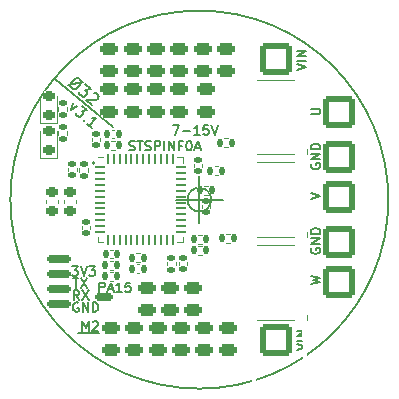
<source format=gto>
G04 #@! TF.GenerationSoftware,KiCad,Pcbnew,7.0.7*
G04 #@! TF.CreationDate,2024-08-09T21:04:11-05:00*
G04 #@! TF.ProjectId,O32controller,4f333263-6f6e-4747-926f-6c6c65722e6b,3.1*
G04 #@! TF.SameCoordinates,Original*
G04 #@! TF.FileFunction,Legend,Top*
G04 #@! TF.FilePolarity,Positive*
%FSLAX46Y46*%
G04 Gerber Fmt 4.6, Leading zero omitted, Abs format (unit mm)*
G04 Created by KiCad (PCBNEW 7.0.7) date 2024-08-09 21:04:11*
%MOMM*%
%LPD*%
G01*
G04 APERTURE LIST*
G04 Aperture macros list*
%AMRoundRect*
0 Rectangle with rounded corners*
0 $1 Rounding radius*
0 $2 $3 $4 $5 $6 $7 $8 $9 X,Y pos of 4 corners*
0 Add a 4 corners polygon primitive as box body*
4,1,4,$2,$3,$4,$5,$6,$7,$8,$9,$2,$3,0*
0 Add four circle primitives for the rounded corners*
1,1,$1+$1,$2,$3*
1,1,$1+$1,$4,$5*
1,1,$1+$1,$6,$7*
1,1,$1+$1,$8,$9*
0 Add four rect primitives between the rounded corners*
20,1,$1+$1,$2,$3,$4,$5,0*
20,1,$1+$1,$4,$5,$6,$7,0*
20,1,$1+$1,$6,$7,$8,$9,0*
20,1,$1+$1,$8,$9,$2,$3,0*%
%AMFreePoly0*
4,1,78,0.535355,2.120355,0.550000,2.085000,0.550000,1.935000,0.535355,1.899645,0.500000,1.885000,0.150000,1.885000,0.150000,1.635000,0.500000,1.635000,0.535355,1.620355,0.550000,1.585000,0.550000,1.435000,0.535355,1.399645,0.500000,1.385000,0.150000,1.385000,0.150000,1.135000,0.500000,1.135000,0.535355,1.120355,0.550000,1.085000,0.550000,0.935000,0.535355,0.899645,
0.500000,0.885000,0.150000,0.885000,0.150000,0.635000,0.500000,0.635000,0.535355,0.620355,0.550000,0.585000,0.550000,0.435000,0.535355,0.399645,0.500000,0.385000,0.150000,0.385000,0.150000,0.135000,0.500000,0.135000,0.535355,0.120355,0.550000,0.085000,0.550000,-0.065000,0.535355,-0.100355,0.500000,-0.115000,0.150000,-0.115000,0.150000,-0.365000,0.500000,-0.365000,
0.535355,-0.379645,0.550000,-0.415000,0.550000,-0.565000,0.535355,-0.600355,0.500000,-0.615000,0.150000,-0.615000,0.150000,-0.865000,0.500000,-0.865000,0.535355,-0.879645,0.550000,-0.915000,0.550000,-1.065000,0.535355,-1.100355,0.500000,-1.115000,0.150000,-1.115000,0.150000,-1.365000,0.500000,-1.365000,0.535355,-1.379645,0.550000,-1.415000,0.550000,-1.565000,0.535355,-1.600355,
0.500000,-1.615000,0.150000,-1.615000,0.150000,-1.865000,0.500000,-1.865000,0.535355,-1.879645,0.550000,-1.915000,0.550000,-2.065000,0.535355,-2.100355,0.500000,-2.115000,-0.100000,-2.115000,-0.102414,-2.114000,-0.150000,-2.114000,-0.150000,2.114000,-0.137987,2.114000,-0.135355,2.120355,-0.100000,2.135000,0.500000,2.135000,0.535355,2.120355,0.535355,2.120355,$1*%
G04 Aperture macros list end*
%ADD10C,0.150000*%
%ADD11C,0.120000*%
%ADD12C,0.200000*%
%ADD13RoundRect,0.250000X-0.475000X0.250000X-0.475000X-0.250000X0.475000X-0.250000X0.475000X0.250000X0*%
%ADD14RoundRect,0.250000X0.475000X-0.250000X0.475000X0.250000X-0.475000X0.250000X-0.475000X-0.250000X0*%
%ADD15R,0.385000X0.690000*%
%ADD16R,1.035000X0.690000*%
%ADD17RoundRect,0.150000X-0.850000X-0.150000X0.850000X-0.150000X0.850000X0.150000X-0.850000X0.150000X0*%
%ADD18RoundRect,0.269607X-1.105393X-1.105393X1.105393X-1.105393X1.105393X1.105393X-1.105393X1.105393X0*%
%ADD19RoundRect,0.218750X0.256250X-0.218750X0.256250X0.218750X-0.256250X0.218750X-0.256250X-0.218750X0*%
%ADD20RoundRect,0.150000X-0.600000X-0.150000X0.600000X-0.150000X0.600000X0.150000X-0.600000X0.150000X0*%
%ADD21RoundRect,0.140000X0.140000X0.170000X-0.140000X0.170000X-0.140000X-0.170000X0.140000X-0.170000X0*%
%ADD22RoundRect,0.225000X0.250000X-0.225000X0.250000X0.225000X-0.250000X0.225000X-0.250000X-0.225000X0*%
%ADD23RoundRect,0.135000X0.135000X0.185000X-0.135000X0.185000X-0.135000X-0.185000X0.135000X-0.185000X0*%
%ADD24RoundRect,0.062500X-0.375000X-0.062500X0.375000X-0.062500X0.375000X0.062500X-0.375000X0.062500X0*%
%ADD25RoundRect,0.062500X-0.062500X-0.375000X0.062500X-0.375000X0.062500X0.375000X-0.062500X0.375000X0*%
%ADD26R,2.800000X2.800000*%
%ADD27RoundRect,0.135000X0.185000X-0.135000X0.185000X0.135000X-0.185000X0.135000X-0.185000X-0.135000X0*%
%ADD28RoundRect,0.140000X-0.170000X0.140000X-0.170000X-0.140000X0.170000X-0.140000X0.170000X0.140000X0*%
%ADD29RoundRect,0.135000X-0.135000X-0.185000X0.135000X-0.185000X0.135000X0.185000X-0.135000X0.185000X0*%
%ADD30R,0.700001X0.249999*%
%ADD31FreePoly0,0.000000*%
%ADD32FreePoly0,180.000000*%
%ADD33R,0.429999X0.375001*%
%ADD34R,3.300001X5.399999*%
%ADD35R,1.600000X0.650000*%
%ADD36RoundRect,0.135000X-0.185000X0.135000X-0.185000X-0.135000X0.185000X-0.135000X0.185000X0.135000X0*%
%ADD37RoundRect,0.140000X0.170000X-0.140000X0.170000X0.140000X-0.170000X0.140000X-0.170000X-0.140000X0*%
%ADD38RoundRect,0.225000X-0.250000X0.225000X-0.250000X-0.225000X0.250000X-0.225000X0.250000X0.225000X0*%
%ADD39R,0.690000X0.385000*%
%ADD40R,0.690000X1.035000*%
G04 APERTURE END LIST*
D10*
X39700000Y-61325000D02*
X41475000Y-61325000D01*
X48000000Y-50000000D02*
X52000000Y-50000000D01*
X51000000Y-50000000D02*
G75*
G03*
X51000000Y-50000000I-1000000J0D01*
G01*
X50000000Y-48000000D02*
X50000000Y-52000000D01*
X66000000Y-50000000D02*
G75*
G03*
X66000000Y-50000000I-16000000J0D01*
G01*
X37800000Y-39750000D02*
X42650000Y-43850000D01*
X44059523Y-45799200D02*
X44173809Y-45837295D01*
X44173809Y-45837295D02*
X44364285Y-45837295D01*
X44364285Y-45837295D02*
X44440476Y-45799200D01*
X44440476Y-45799200D02*
X44478571Y-45761104D01*
X44478571Y-45761104D02*
X44516666Y-45684914D01*
X44516666Y-45684914D02*
X44516666Y-45608723D01*
X44516666Y-45608723D02*
X44478571Y-45532533D01*
X44478571Y-45532533D02*
X44440476Y-45494438D01*
X44440476Y-45494438D02*
X44364285Y-45456342D01*
X44364285Y-45456342D02*
X44211904Y-45418247D01*
X44211904Y-45418247D02*
X44135714Y-45380152D01*
X44135714Y-45380152D02*
X44097619Y-45342057D01*
X44097619Y-45342057D02*
X44059523Y-45265866D01*
X44059523Y-45265866D02*
X44059523Y-45189676D01*
X44059523Y-45189676D02*
X44097619Y-45113485D01*
X44097619Y-45113485D02*
X44135714Y-45075390D01*
X44135714Y-45075390D02*
X44211904Y-45037295D01*
X44211904Y-45037295D02*
X44402381Y-45037295D01*
X44402381Y-45037295D02*
X44516666Y-45075390D01*
X44745238Y-45037295D02*
X45202381Y-45037295D01*
X44973809Y-45837295D02*
X44973809Y-45037295D01*
X45430952Y-45799200D02*
X45545238Y-45837295D01*
X45545238Y-45837295D02*
X45735714Y-45837295D01*
X45735714Y-45837295D02*
X45811905Y-45799200D01*
X45811905Y-45799200D02*
X45850000Y-45761104D01*
X45850000Y-45761104D02*
X45888095Y-45684914D01*
X45888095Y-45684914D02*
X45888095Y-45608723D01*
X45888095Y-45608723D02*
X45850000Y-45532533D01*
X45850000Y-45532533D02*
X45811905Y-45494438D01*
X45811905Y-45494438D02*
X45735714Y-45456342D01*
X45735714Y-45456342D02*
X45583333Y-45418247D01*
X45583333Y-45418247D02*
X45507143Y-45380152D01*
X45507143Y-45380152D02*
X45469048Y-45342057D01*
X45469048Y-45342057D02*
X45430952Y-45265866D01*
X45430952Y-45265866D02*
X45430952Y-45189676D01*
X45430952Y-45189676D02*
X45469048Y-45113485D01*
X45469048Y-45113485D02*
X45507143Y-45075390D01*
X45507143Y-45075390D02*
X45583333Y-45037295D01*
X45583333Y-45037295D02*
X45773810Y-45037295D01*
X45773810Y-45037295D02*
X45888095Y-45075390D01*
X46230953Y-45837295D02*
X46230953Y-45037295D01*
X46230953Y-45037295D02*
X46535715Y-45037295D01*
X46535715Y-45037295D02*
X46611905Y-45075390D01*
X46611905Y-45075390D02*
X46650000Y-45113485D01*
X46650000Y-45113485D02*
X46688096Y-45189676D01*
X46688096Y-45189676D02*
X46688096Y-45303961D01*
X46688096Y-45303961D02*
X46650000Y-45380152D01*
X46650000Y-45380152D02*
X46611905Y-45418247D01*
X46611905Y-45418247D02*
X46535715Y-45456342D01*
X46535715Y-45456342D02*
X46230953Y-45456342D01*
X47030953Y-45837295D02*
X47030953Y-45037295D01*
X47411905Y-45837295D02*
X47411905Y-45037295D01*
X47411905Y-45037295D02*
X47869048Y-45837295D01*
X47869048Y-45837295D02*
X47869048Y-45037295D01*
X48516666Y-45418247D02*
X48250000Y-45418247D01*
X48250000Y-45837295D02*
X48250000Y-45037295D01*
X48250000Y-45037295D02*
X48630952Y-45037295D01*
X49088095Y-45037295D02*
X49164285Y-45037295D01*
X49164285Y-45037295D02*
X49240476Y-45075390D01*
X49240476Y-45075390D02*
X49278571Y-45113485D01*
X49278571Y-45113485D02*
X49316666Y-45189676D01*
X49316666Y-45189676D02*
X49354761Y-45342057D01*
X49354761Y-45342057D02*
X49354761Y-45532533D01*
X49354761Y-45532533D02*
X49316666Y-45684914D01*
X49316666Y-45684914D02*
X49278571Y-45761104D01*
X49278571Y-45761104D02*
X49240476Y-45799200D01*
X49240476Y-45799200D02*
X49164285Y-45837295D01*
X49164285Y-45837295D02*
X49088095Y-45837295D01*
X49088095Y-45837295D02*
X49011904Y-45799200D01*
X49011904Y-45799200D02*
X48973809Y-45761104D01*
X48973809Y-45761104D02*
X48935714Y-45684914D01*
X48935714Y-45684914D02*
X48897618Y-45532533D01*
X48897618Y-45532533D02*
X48897618Y-45342057D01*
X48897618Y-45342057D02*
X48935714Y-45189676D01*
X48935714Y-45189676D02*
X48973809Y-45113485D01*
X48973809Y-45113485D02*
X49011904Y-45075390D01*
X49011904Y-45075390D02*
X49088095Y-45037295D01*
X49659523Y-45608723D02*
X50040476Y-45608723D01*
X49583333Y-45837295D02*
X49850000Y-45037295D01*
X49850000Y-45037295D02*
X50116666Y-45837295D01*
X41535714Y-57817095D02*
X41535714Y-57017095D01*
X41535714Y-57017095D02*
X41840476Y-57017095D01*
X41840476Y-57017095D02*
X41916666Y-57055190D01*
X41916666Y-57055190D02*
X41954761Y-57093285D01*
X41954761Y-57093285D02*
X41992857Y-57169476D01*
X41992857Y-57169476D02*
X41992857Y-57283761D01*
X41992857Y-57283761D02*
X41954761Y-57359952D01*
X41954761Y-57359952D02*
X41916666Y-57398047D01*
X41916666Y-57398047D02*
X41840476Y-57436142D01*
X41840476Y-57436142D02*
X41535714Y-57436142D01*
X42297618Y-57588523D02*
X42678571Y-57588523D01*
X42221428Y-57817095D02*
X42488095Y-57017095D01*
X42488095Y-57017095D02*
X42754761Y-57817095D01*
X43440475Y-57817095D02*
X42983332Y-57817095D01*
X43211904Y-57817095D02*
X43211904Y-57017095D01*
X43211904Y-57017095D02*
X43135713Y-57131380D01*
X43135713Y-57131380D02*
X43059523Y-57207571D01*
X43059523Y-57207571D02*
X42983332Y-57245666D01*
X44164285Y-57017095D02*
X43783333Y-57017095D01*
X43783333Y-57017095D02*
X43745237Y-57398047D01*
X43745237Y-57398047D02*
X43783333Y-57359952D01*
X43783333Y-57359952D02*
X43859523Y-57321857D01*
X43859523Y-57321857D02*
X44049999Y-57321857D01*
X44049999Y-57321857D02*
X44126190Y-57359952D01*
X44126190Y-57359952D02*
X44164285Y-57398047D01*
X44164285Y-57398047D02*
X44202380Y-57474238D01*
X44202380Y-57474238D02*
X44202380Y-57664714D01*
X44202380Y-57664714D02*
X44164285Y-57740904D01*
X44164285Y-57740904D02*
X44126190Y-57779000D01*
X44126190Y-57779000D02*
X44049999Y-57817095D01*
X44049999Y-57817095D02*
X43859523Y-57817095D01*
X43859523Y-57817095D02*
X43783333Y-57779000D01*
X43783333Y-57779000D02*
X43745237Y-57740904D01*
X59450390Y-54109523D02*
X59412295Y-54185713D01*
X59412295Y-54185713D02*
X59412295Y-54299999D01*
X59412295Y-54299999D02*
X59450390Y-54414285D01*
X59450390Y-54414285D02*
X59526580Y-54490475D01*
X59526580Y-54490475D02*
X59602771Y-54528570D01*
X59602771Y-54528570D02*
X59755152Y-54566666D01*
X59755152Y-54566666D02*
X59869438Y-54566666D01*
X59869438Y-54566666D02*
X60021819Y-54528570D01*
X60021819Y-54528570D02*
X60098009Y-54490475D01*
X60098009Y-54490475D02*
X60174200Y-54414285D01*
X60174200Y-54414285D02*
X60212295Y-54299999D01*
X60212295Y-54299999D02*
X60212295Y-54223808D01*
X60212295Y-54223808D02*
X60174200Y-54109523D01*
X60174200Y-54109523D02*
X60136104Y-54071427D01*
X60136104Y-54071427D02*
X59869438Y-54071427D01*
X59869438Y-54071427D02*
X59869438Y-54223808D01*
X60212295Y-53728570D02*
X59412295Y-53728570D01*
X59412295Y-53728570D02*
X60212295Y-53271427D01*
X60212295Y-53271427D02*
X59412295Y-53271427D01*
X60212295Y-52890475D02*
X59412295Y-52890475D01*
X59412295Y-52890475D02*
X59412295Y-52699999D01*
X59412295Y-52699999D02*
X59450390Y-52585713D01*
X59450390Y-52585713D02*
X59526580Y-52509523D01*
X59526580Y-52509523D02*
X59602771Y-52471428D01*
X59602771Y-52471428D02*
X59755152Y-52433332D01*
X59755152Y-52433332D02*
X59869438Y-52433332D01*
X59869438Y-52433332D02*
X60021819Y-52471428D01*
X60021819Y-52471428D02*
X60098009Y-52509523D01*
X60098009Y-52509523D02*
X60174200Y-52585713D01*
X60174200Y-52585713D02*
X60212295Y-52699999D01*
X60212295Y-52699999D02*
X60212295Y-52890475D01*
X40102381Y-61087295D02*
X40102381Y-60287295D01*
X40102381Y-60287295D02*
X40369047Y-60858723D01*
X40369047Y-60858723D02*
X40635714Y-60287295D01*
X40635714Y-60287295D02*
X40635714Y-61087295D01*
X40978571Y-60363485D02*
X41016667Y-60325390D01*
X41016667Y-60325390D02*
X41092857Y-60287295D01*
X41092857Y-60287295D02*
X41283333Y-60287295D01*
X41283333Y-60287295D02*
X41359524Y-60325390D01*
X41359524Y-60325390D02*
X41397619Y-60363485D01*
X41397619Y-60363485D02*
X41435714Y-60439676D01*
X41435714Y-60439676D02*
X41435714Y-60515866D01*
X41435714Y-60515866D02*
X41397619Y-60630152D01*
X41397619Y-60630152D02*
X40940476Y-61087295D01*
X40940476Y-61087295D02*
X41435714Y-61087295D01*
X59412295Y-57142857D02*
X60212295Y-56952381D01*
X60212295Y-56952381D02*
X59640866Y-56800000D01*
X59640866Y-56800000D02*
X60212295Y-56647619D01*
X60212295Y-56647619D02*
X59412295Y-56457143D01*
X39294076Y-56661495D02*
X39751219Y-56661495D01*
X39522647Y-57461495D02*
X39522647Y-56661495D01*
X39941695Y-56661495D02*
X40475029Y-57461495D01*
X40475029Y-56661495D02*
X39941695Y-57461495D01*
X59450390Y-46959523D02*
X59412295Y-47035713D01*
X59412295Y-47035713D02*
X59412295Y-47149999D01*
X59412295Y-47149999D02*
X59450390Y-47264285D01*
X59450390Y-47264285D02*
X59526580Y-47340475D01*
X59526580Y-47340475D02*
X59602771Y-47378570D01*
X59602771Y-47378570D02*
X59755152Y-47416666D01*
X59755152Y-47416666D02*
X59869438Y-47416666D01*
X59869438Y-47416666D02*
X60021819Y-47378570D01*
X60021819Y-47378570D02*
X60098009Y-47340475D01*
X60098009Y-47340475D02*
X60174200Y-47264285D01*
X60174200Y-47264285D02*
X60212295Y-47149999D01*
X60212295Y-47149999D02*
X60212295Y-47073808D01*
X60212295Y-47073808D02*
X60174200Y-46959523D01*
X60174200Y-46959523D02*
X60136104Y-46921427D01*
X60136104Y-46921427D02*
X59869438Y-46921427D01*
X59869438Y-46921427D02*
X59869438Y-47073808D01*
X60212295Y-46578570D02*
X59412295Y-46578570D01*
X59412295Y-46578570D02*
X60212295Y-46121427D01*
X60212295Y-46121427D02*
X59412295Y-46121427D01*
X60212295Y-45740475D02*
X59412295Y-45740475D01*
X59412295Y-45740475D02*
X59412295Y-45549999D01*
X59412295Y-45549999D02*
X59450390Y-45435713D01*
X59450390Y-45435713D02*
X59526580Y-45359523D01*
X59526580Y-45359523D02*
X59602771Y-45321428D01*
X59602771Y-45321428D02*
X59755152Y-45283332D01*
X59755152Y-45283332D02*
X59869438Y-45283332D01*
X59869438Y-45283332D02*
X60021819Y-45321428D01*
X60021819Y-45321428D02*
X60098009Y-45359523D01*
X60098009Y-45359523D02*
X60174200Y-45435713D01*
X60174200Y-45435713D02*
X60212295Y-45549999D01*
X60212295Y-45549999D02*
X60212295Y-45740475D01*
X40137696Y-40040060D02*
X38911255Y-40316361D01*
X39130125Y-40500015D02*
X39087777Y-40402319D01*
X39087777Y-40402319D02*
X39076039Y-40268144D01*
X39076039Y-40268144D02*
X39161996Y-40091622D01*
X39161996Y-40091622D02*
X39376259Y-39836274D01*
X39376259Y-39836274D02*
X39535173Y-39720970D01*
X39535173Y-39720970D02*
X39669347Y-39709231D01*
X39669347Y-39709231D02*
X39772913Y-39733970D01*
X39772913Y-39733970D02*
X39918826Y-39856406D01*
X39918826Y-39856406D02*
X39961174Y-39954102D01*
X39961174Y-39954102D02*
X39972912Y-40088277D01*
X39972912Y-40088277D02*
X39886955Y-40264799D01*
X39886955Y-40264799D02*
X39672692Y-40520147D01*
X39672692Y-40520147D02*
X39513778Y-40635451D01*
X39513778Y-40635451D02*
X39379604Y-40647190D01*
X39379604Y-40647190D02*
X39276038Y-40622451D01*
X39276038Y-40622451D02*
X39130125Y-40500015D01*
X40356566Y-40223713D02*
X40830784Y-40621629D01*
X40830784Y-40621629D02*
X40330564Y-40699193D01*
X40330564Y-40699193D02*
X40439999Y-40791020D01*
X40439999Y-40791020D02*
X40482347Y-40888716D01*
X40482347Y-40888716D02*
X40488216Y-40955804D01*
X40488216Y-40955804D02*
X40463476Y-41059369D01*
X40463476Y-41059369D02*
X40310432Y-41241761D01*
X40310432Y-41241761D02*
X40212735Y-41284108D01*
X40212735Y-41284108D02*
X40145648Y-41289978D01*
X40145648Y-41289978D02*
X40042083Y-41265238D01*
X40042083Y-41265238D02*
X39823213Y-41081585D01*
X39823213Y-41081585D02*
X39780865Y-40983888D01*
X39780865Y-40983888D02*
X39774996Y-40916801D01*
X41061392Y-40939458D02*
X41128479Y-40933588D01*
X41128479Y-40933588D02*
X41232045Y-40958328D01*
X41232045Y-40958328D02*
X41414436Y-41111372D01*
X41414436Y-41111372D02*
X41456784Y-41209069D01*
X41456784Y-41209069D02*
X41462654Y-41276156D01*
X41462654Y-41276156D02*
X41437914Y-41379721D01*
X41437914Y-41379721D02*
X41376696Y-41452678D01*
X41376696Y-41452678D02*
X41248391Y-41531504D01*
X41248391Y-41531504D02*
X40443344Y-41601936D01*
X40443344Y-41601936D02*
X40917562Y-41999853D01*
X39821067Y-58477495D02*
X39554400Y-58096542D01*
X39363924Y-58477495D02*
X39363924Y-57677495D01*
X39363924Y-57677495D02*
X39668686Y-57677495D01*
X39668686Y-57677495D02*
X39744876Y-57715590D01*
X39744876Y-57715590D02*
X39782971Y-57753685D01*
X39782971Y-57753685D02*
X39821067Y-57829876D01*
X39821067Y-57829876D02*
X39821067Y-57944161D01*
X39821067Y-57944161D02*
X39782971Y-58020352D01*
X39782971Y-58020352D02*
X39744876Y-58058447D01*
X39744876Y-58058447D02*
X39668686Y-58096542D01*
X39668686Y-58096542D02*
X39363924Y-58096542D01*
X40087733Y-57677495D02*
X40621067Y-58477495D01*
X40621067Y-57677495D02*
X40087733Y-58477495D01*
X58237295Y-39026189D02*
X59037295Y-38759522D01*
X59037295Y-38759522D02*
X58237295Y-38492856D01*
X59037295Y-38226189D02*
X58237295Y-38226189D01*
X59037295Y-37845237D02*
X58237295Y-37845237D01*
X58237295Y-37845237D02*
X59037295Y-37388094D01*
X59037295Y-37388094D02*
X58237295Y-37388094D01*
X58237295Y-62751189D02*
X59037295Y-62484522D01*
X59037295Y-62484522D02*
X58237295Y-62217856D01*
X59037295Y-61951189D02*
X58237295Y-61951189D01*
X59037295Y-61570237D02*
X58237295Y-61570237D01*
X58237295Y-61570237D02*
X59037295Y-61113094D01*
X59037295Y-61113094D02*
X58237295Y-61113094D01*
X39751276Y-58731590D02*
X39675086Y-58693495D01*
X39675086Y-58693495D02*
X39560800Y-58693495D01*
X39560800Y-58693495D02*
X39446514Y-58731590D01*
X39446514Y-58731590D02*
X39370324Y-58807780D01*
X39370324Y-58807780D02*
X39332229Y-58883971D01*
X39332229Y-58883971D02*
X39294133Y-59036352D01*
X39294133Y-59036352D02*
X39294133Y-59150638D01*
X39294133Y-59150638D02*
X39332229Y-59303019D01*
X39332229Y-59303019D02*
X39370324Y-59379209D01*
X39370324Y-59379209D02*
X39446514Y-59455400D01*
X39446514Y-59455400D02*
X39560800Y-59493495D01*
X39560800Y-59493495D02*
X39636991Y-59493495D01*
X39636991Y-59493495D02*
X39751276Y-59455400D01*
X39751276Y-59455400D02*
X39789372Y-59417304D01*
X39789372Y-59417304D02*
X39789372Y-59150638D01*
X39789372Y-59150638D02*
X39636991Y-59150638D01*
X40132229Y-59493495D02*
X40132229Y-58693495D01*
X40132229Y-58693495D02*
X40589372Y-59493495D01*
X40589372Y-59493495D02*
X40589372Y-58693495D01*
X40970324Y-59493495D02*
X40970324Y-58693495D01*
X40970324Y-58693495D02*
X41160800Y-58693495D01*
X41160800Y-58693495D02*
X41275086Y-58731590D01*
X41275086Y-58731590D02*
X41351276Y-58807780D01*
X41351276Y-58807780D02*
X41389371Y-58883971D01*
X41389371Y-58883971D02*
X41427467Y-59036352D01*
X41427467Y-59036352D02*
X41427467Y-59150638D01*
X41427467Y-59150638D02*
X41389371Y-59303019D01*
X41389371Y-59303019D02*
X41351276Y-59379209D01*
X41351276Y-59379209D02*
X41275086Y-59455400D01*
X41275086Y-59455400D02*
X41160800Y-59493495D01*
X41160800Y-59493495D02*
X40970324Y-59493495D01*
X47783333Y-43712295D02*
X48316667Y-43712295D01*
X48316667Y-43712295D02*
X47973809Y-44512295D01*
X48621429Y-44207533D02*
X49230953Y-44207533D01*
X50030952Y-44512295D02*
X49573809Y-44512295D01*
X49802381Y-44512295D02*
X49802381Y-43712295D01*
X49802381Y-43712295D02*
X49726190Y-43826580D01*
X49726190Y-43826580D02*
X49650000Y-43902771D01*
X49650000Y-43902771D02*
X49573809Y-43940866D01*
X50754762Y-43712295D02*
X50373810Y-43712295D01*
X50373810Y-43712295D02*
X50335714Y-44093247D01*
X50335714Y-44093247D02*
X50373810Y-44055152D01*
X50373810Y-44055152D02*
X50450000Y-44017057D01*
X50450000Y-44017057D02*
X50640476Y-44017057D01*
X50640476Y-44017057D02*
X50716667Y-44055152D01*
X50716667Y-44055152D02*
X50754762Y-44093247D01*
X50754762Y-44093247D02*
X50792857Y-44169438D01*
X50792857Y-44169438D02*
X50792857Y-44359914D01*
X50792857Y-44359914D02*
X50754762Y-44436104D01*
X50754762Y-44436104D02*
X50716667Y-44474200D01*
X50716667Y-44474200D02*
X50640476Y-44512295D01*
X50640476Y-44512295D02*
X50450000Y-44512295D01*
X50450000Y-44512295D02*
X50373810Y-44474200D01*
X50373810Y-44474200D02*
X50335714Y-44436104D01*
X51021429Y-43712295D02*
X51288096Y-44512295D01*
X51288096Y-44512295D02*
X51554762Y-43712295D01*
X39217923Y-55645495D02*
X39713161Y-55645495D01*
X39713161Y-55645495D02*
X39446495Y-55950257D01*
X39446495Y-55950257D02*
X39560780Y-55950257D01*
X39560780Y-55950257D02*
X39636971Y-55988352D01*
X39636971Y-55988352D02*
X39675066Y-56026447D01*
X39675066Y-56026447D02*
X39713161Y-56102638D01*
X39713161Y-56102638D02*
X39713161Y-56293114D01*
X39713161Y-56293114D02*
X39675066Y-56369304D01*
X39675066Y-56369304D02*
X39636971Y-56407400D01*
X39636971Y-56407400D02*
X39560780Y-56445495D01*
X39560780Y-56445495D02*
X39332209Y-56445495D01*
X39332209Y-56445495D02*
X39256018Y-56407400D01*
X39256018Y-56407400D02*
X39217923Y-56369304D01*
X39941733Y-55645495D02*
X40208400Y-56445495D01*
X40208400Y-56445495D02*
X40475066Y-55645495D01*
X40665542Y-55645495D02*
X41160780Y-55645495D01*
X41160780Y-55645495D02*
X40894114Y-55950257D01*
X40894114Y-55950257D02*
X41008399Y-55950257D01*
X41008399Y-55950257D02*
X41084590Y-55988352D01*
X41084590Y-55988352D02*
X41122685Y-56026447D01*
X41122685Y-56026447D02*
X41160780Y-56102638D01*
X41160780Y-56102638D02*
X41160780Y-56293114D01*
X41160780Y-56293114D02*
X41122685Y-56369304D01*
X41122685Y-56369304D02*
X41084590Y-56407400D01*
X41084590Y-56407400D02*
X41008399Y-56445495D01*
X41008399Y-56445495D02*
X40779828Y-56445495D01*
X40779828Y-56445495D02*
X40703637Y-56407400D01*
X40703637Y-56407400D02*
X40665542Y-56369304D01*
X59412295Y-49941666D02*
X60212295Y-49674999D01*
X60212295Y-49674999D02*
X59412295Y-49408333D01*
X39338143Y-41826905D02*
X39116623Y-42424272D01*
X39116623Y-42424272D02*
X39666448Y-42102385D01*
X40056267Y-42037860D02*
X40483063Y-42395985D01*
X40483063Y-42395985D02*
X40032865Y-42465792D01*
X40032865Y-42465792D02*
X40131357Y-42548436D01*
X40131357Y-42548436D02*
X40169469Y-42636363D01*
X40169469Y-42636363D02*
X40174752Y-42696741D01*
X40174752Y-42696741D02*
X40152486Y-42789950D01*
X40152486Y-42789950D02*
X40014746Y-42954103D01*
X40014746Y-42954103D02*
X39926819Y-42992216D01*
X39926819Y-42992216D02*
X39866441Y-42997498D01*
X39866441Y-42997498D02*
X39773232Y-42975233D01*
X39773232Y-42975233D02*
X39576249Y-42809944D01*
X39576249Y-42809944D02*
X39538136Y-42722018D01*
X39538136Y-42722018D02*
X39532854Y-42661639D01*
X40255124Y-43267696D02*
X40260407Y-43328075D01*
X40260407Y-43328075D02*
X40200028Y-43333357D01*
X40200028Y-43333357D02*
X40194746Y-43272979D01*
X40194746Y-43272979D02*
X40255124Y-43267696D01*
X40255124Y-43267696D02*
X40200028Y-43333357D01*
X40889468Y-43911866D02*
X40495502Y-43581289D01*
X40692485Y-43746577D02*
X41270994Y-43057137D01*
X41270994Y-43057137D02*
X41122689Y-43100533D01*
X41122689Y-43100533D02*
X41001932Y-43111098D01*
X41001932Y-43111098D02*
X40908723Y-43088832D01*
X59412295Y-42778570D02*
X60059914Y-42778570D01*
X60059914Y-42778570D02*
X60136104Y-42740475D01*
X60136104Y-42740475D02*
X60174200Y-42702380D01*
X60174200Y-42702380D02*
X60212295Y-42626189D01*
X60212295Y-42626189D02*
X60212295Y-42473808D01*
X60212295Y-42473808D02*
X60174200Y-42397618D01*
X60174200Y-42397618D02*
X60136104Y-42359523D01*
X60136104Y-42359523D02*
X60059914Y-42321427D01*
X60059914Y-42321427D02*
X59412295Y-42321427D01*
D11*
X36515000Y-46472500D02*
X37985000Y-46472500D01*
X37985000Y-46472500D02*
X37985000Y-44187500D01*
X36515000Y-44187500D02*
X36515000Y-46472500D01*
X42807836Y-44810000D02*
X42592164Y-44810000D01*
X42807836Y-44090000D02*
X42592164Y-44090000D01*
X37040000Y-50290580D02*
X37040000Y-50009420D01*
X38060000Y-50290580D02*
X38060000Y-50009420D01*
X50703641Y-49580000D02*
X50396359Y-49580000D01*
X50703641Y-48820000D02*
X50396359Y-48820000D01*
X44953641Y-55280000D02*
X44646359Y-55280000D01*
X44953641Y-54520000D02*
X44646359Y-54520000D01*
X41390000Y-53610000D02*
X41390000Y-53135000D01*
X41865000Y-46390000D02*
X41390000Y-46390000D01*
X41865000Y-53610000D02*
X41390000Y-53610000D01*
X48135000Y-46390000D02*
X48610000Y-46390000D01*
X48135000Y-53610000D02*
X48610000Y-53610000D01*
X48610000Y-46390000D02*
X48610000Y-46865000D01*
X48610000Y-53610000D02*
X48610000Y-53135000D01*
D12*
X41150000Y-46900000D02*
G75*
G03*
X41150000Y-46900000I-100000J0D01*
G01*
D11*
X44907836Y-56210000D02*
X44692164Y-56210000D01*
X44907836Y-55490000D02*
X44692164Y-55490000D01*
X47220000Y-55563641D02*
X47220000Y-55256359D01*
X47980000Y-55563641D02*
X47980000Y-55256359D01*
X50910000Y-50492164D02*
X50910000Y-50707836D01*
X50190000Y-50492164D02*
X50190000Y-50707836D01*
X42703641Y-55930000D02*
X42396359Y-55930000D01*
X42703641Y-55170000D02*
X42396359Y-55170000D01*
X49896359Y-53920000D02*
X50203641Y-53920000D01*
X49896359Y-54680000D02*
X50203641Y-54680000D01*
X59100000Y-53150000D02*
X58900000Y-53150000D01*
X59100000Y-52750000D02*
X59100000Y-53150000D01*
X58049999Y-53149999D02*
X54850001Y-53149999D01*
X58049999Y-46850001D02*
X54850001Y-46850001D01*
X38070000Y-42453641D02*
X38070000Y-42146359D01*
X38830000Y-42453641D02*
X38830000Y-42146359D01*
X50260000Y-47012164D02*
X50260000Y-47227836D01*
X49540000Y-47012164D02*
X49540000Y-47227836D01*
X42657836Y-54960000D02*
X42442164Y-54960000D01*
X42657836Y-54240000D02*
X42442164Y-54240000D01*
X38070000Y-44503641D02*
X38070000Y-44196359D01*
X38830000Y-44503641D02*
X38830000Y-44196359D01*
X59100000Y-60150000D02*
X58900000Y-60150000D01*
X59100000Y-59750000D02*
X59100000Y-60150000D01*
X58049999Y-60149999D02*
X54850001Y-60149999D01*
X58049999Y-53850001D02*
X54850001Y-53850001D01*
X42853641Y-45780000D02*
X42546359Y-45780000D01*
X42853641Y-45020000D02*
X42546359Y-45020000D01*
X40580000Y-47316359D02*
X40580000Y-47623641D01*
X39820000Y-47316359D02*
X39820000Y-47623641D01*
X40890000Y-45027836D02*
X40890000Y-44812164D01*
X41610000Y-45027836D02*
X41610000Y-44812164D01*
X48960000Y-55312164D02*
X48960000Y-55527836D01*
X48240000Y-55312164D02*
X48240000Y-55527836D01*
X40760000Y-52272164D02*
X40760000Y-52487836D01*
X40040000Y-52272164D02*
X40040000Y-52487836D01*
X51286359Y-47170000D02*
X51593641Y-47170000D01*
X51286359Y-47930000D02*
X51593641Y-47930000D01*
X36515000Y-43497500D02*
X37985000Y-43497500D01*
X37985000Y-43497500D02*
X37985000Y-41212500D01*
X36515000Y-41212500D02*
X36515000Y-43497500D01*
X42396359Y-56120000D02*
X42703641Y-56120000D01*
X42396359Y-56880000D02*
X42703641Y-56880000D01*
X59100000Y-46150000D02*
X58900000Y-46150000D01*
X59100000Y-45750000D02*
X59100000Y-46150000D01*
X58049999Y-46149999D02*
X54850001Y-46149999D01*
X58049999Y-39850001D02*
X54850001Y-39850001D01*
X52403641Y-45580000D02*
X52096359Y-45580000D01*
X52403641Y-44820000D02*
X52096359Y-44820000D01*
X39560000Y-50009420D02*
X39560000Y-50290580D01*
X38540000Y-50009420D02*
X38540000Y-50290580D01*
X39610000Y-47342164D02*
X39610000Y-47557836D01*
X38890000Y-47342164D02*
X38890000Y-47557836D01*
X50203641Y-53730000D02*
X49896359Y-53730000D01*
X50203641Y-52970000D02*
X49896359Y-52970000D01*
X52246359Y-52870000D02*
X52553641Y-52870000D01*
X52246359Y-53630000D02*
X52553641Y-53630000D01*
%LPC*%
D13*
X50425000Y-60850000D03*
X50425000Y-62750000D03*
D14*
X50275000Y-39150000D03*
X50275000Y-37250000D03*
D15*
X40108500Y-45900000D03*
D16*
X39116500Y-45900000D03*
D17*
X38074800Y-55041800D03*
X38074800Y-56311800D03*
X38074800Y-57581800D03*
X38074800Y-58851800D03*
D18*
X61850000Y-53550000D03*
X61850000Y-49750000D03*
X56450000Y-38100000D03*
D19*
X37250000Y-45775000D03*
X37250000Y-44200000D03*
D13*
X44350000Y-40650000D03*
X44350000Y-42550000D03*
D20*
X41935600Y-58216800D03*
D21*
X43180000Y-44450000D03*
X42220000Y-44450000D03*
D22*
X37550000Y-50925000D03*
X37550000Y-49375000D03*
D23*
X51060000Y-49200000D03*
X50040000Y-49200000D03*
D13*
X48450000Y-60850000D03*
X48450000Y-62750000D03*
X44500000Y-60850000D03*
X44500000Y-62750000D03*
D23*
X45310000Y-54900000D03*
X44290000Y-54900000D03*
D24*
X41562500Y-47250000D03*
X41562500Y-47750000D03*
X41562500Y-48250000D03*
X41562500Y-48750000D03*
X41562500Y-49250000D03*
X41562500Y-49750000D03*
X41562500Y-50250000D03*
X41562500Y-50750000D03*
X41562500Y-51250000D03*
X41562500Y-51750000D03*
X41562500Y-52250000D03*
X41562500Y-52750000D03*
D25*
X42250000Y-53437500D03*
X42750000Y-53437500D03*
X43250000Y-53437500D03*
X43750000Y-53437500D03*
X44250000Y-53437500D03*
X44750000Y-53437500D03*
X45250000Y-53437500D03*
X45750000Y-53437500D03*
X46250000Y-53437500D03*
X46750000Y-53437500D03*
X47250000Y-53437500D03*
X47750000Y-53437500D03*
D24*
X48437500Y-52750000D03*
X48437500Y-52250000D03*
X48437500Y-51750000D03*
X48437500Y-51250000D03*
X48437500Y-50750000D03*
X48437500Y-50250000D03*
X48437500Y-49750000D03*
X48437500Y-49250000D03*
X48437500Y-48750000D03*
X48437500Y-48250000D03*
X48437500Y-47750000D03*
X48437500Y-47250000D03*
D25*
X47750000Y-46562500D03*
X47250000Y-46562500D03*
X46750000Y-46562500D03*
X46250000Y-46562500D03*
X45750000Y-46562500D03*
X45250000Y-46562500D03*
X44750000Y-46562500D03*
X44250000Y-46562500D03*
X43750000Y-46562500D03*
X43250000Y-46562500D03*
X42750000Y-46562500D03*
X42250000Y-46562500D03*
D26*
X45000000Y-50000000D03*
D13*
X46325000Y-40650000D03*
X46325000Y-42550000D03*
D21*
X45280000Y-55850000D03*
X44320000Y-55850000D03*
D13*
X42375000Y-40650000D03*
X42375000Y-42550000D03*
D27*
X47600000Y-55920000D03*
X47600000Y-54900000D03*
D28*
X50550000Y-50120000D03*
X50550000Y-51080000D03*
D14*
X44350000Y-39150000D03*
X44350000Y-37250000D03*
D23*
X43060000Y-55550000D03*
X42040000Y-55550000D03*
D29*
X49540000Y-54300000D03*
X50560000Y-54300000D03*
D30*
X58800000Y-52500000D03*
X58800000Y-52000001D03*
D31*
X58600000Y-49511000D03*
D32*
X54300000Y-49490000D03*
D30*
X54100000Y-52000001D03*
X54100000Y-52500000D03*
D33*
X58565000Y-53012999D03*
X58565000Y-46987001D03*
X54335000Y-46987001D03*
X54335000Y-53012999D03*
D34*
X56450000Y-50000000D03*
D27*
X38450000Y-42810000D03*
X38450000Y-41790000D03*
D28*
X49900000Y-46640000D03*
X49900000Y-47600000D03*
D21*
X43030000Y-54600000D03*
X42070000Y-54600000D03*
D35*
X38050000Y-52225000D03*
X38050000Y-53575000D03*
D18*
X61850000Y-46350000D03*
D27*
X38450000Y-44860000D03*
X38450000Y-43840000D03*
D30*
X58800000Y-59500000D03*
X58800000Y-59000001D03*
D31*
X58600000Y-56511000D03*
D32*
X54300000Y-56490000D03*
D30*
X54100000Y-59000001D03*
X54100000Y-59500000D03*
D33*
X58565000Y-60012999D03*
X58565000Y-53987001D03*
X54335000Y-53987001D03*
X54335000Y-60012999D03*
D34*
X56450000Y-57000000D03*
D23*
X43210000Y-45400000D03*
X42190000Y-45400000D03*
D18*
X61850000Y-42550000D03*
D36*
X40200000Y-46960000D03*
X40200000Y-47980000D03*
D37*
X41250000Y-45400000D03*
X41250000Y-44440000D03*
D14*
X49500000Y-59350000D03*
X49500000Y-57450000D03*
D28*
X48600000Y-54940000D03*
X48600000Y-55900000D03*
X40400000Y-51900000D03*
X40400000Y-52860000D03*
D29*
X50930000Y-47550000D03*
X51950000Y-47550000D03*
D14*
X48300000Y-39150000D03*
X48300000Y-37250000D03*
X52250000Y-39150000D03*
X52250000Y-37250000D03*
D13*
X46475000Y-60850000D03*
X46475000Y-62750000D03*
X48300000Y-40650000D03*
X48300000Y-42550000D03*
D19*
X37250000Y-42800000D03*
X37250000Y-41225000D03*
D14*
X46325000Y-39150000D03*
X46325000Y-37250000D03*
X42375000Y-39150000D03*
X42375000Y-37250000D03*
X47525000Y-59350000D03*
X47525000Y-57450000D03*
D29*
X42040000Y-56500000D03*
X43060000Y-56500000D03*
D13*
X50550000Y-40650000D03*
X50550000Y-42550000D03*
D30*
X58800000Y-45500000D03*
X58800000Y-45000001D03*
D31*
X58600000Y-42511000D03*
D32*
X54300000Y-42490000D03*
D30*
X54100000Y-45000001D03*
X54100000Y-45500000D03*
D33*
X58565000Y-46012999D03*
X58565000Y-39987001D03*
X54335000Y-39987001D03*
X54335000Y-46012999D03*
D34*
X56450000Y-43000000D03*
D23*
X52760000Y-45200000D03*
X51740000Y-45200000D03*
D15*
X39825500Y-54700000D03*
D16*
X40817500Y-54700000D03*
D18*
X56450000Y-61900000D03*
D14*
X45550000Y-59350000D03*
X45550000Y-57450000D03*
D13*
X42525000Y-60850000D03*
X42525000Y-62750000D03*
X52400000Y-60850000D03*
X52400000Y-62750000D03*
D38*
X39050000Y-49375000D03*
X39050000Y-50925000D03*
D39*
X37500000Y-48224500D03*
D40*
X37500000Y-47232500D03*
D18*
X61850000Y-56950000D03*
D28*
X39250000Y-46970000D03*
X39250000Y-47930000D03*
D23*
X50560000Y-53350000D03*
X49540000Y-53350000D03*
D29*
X51890000Y-53250000D03*
X52910000Y-53250000D03*
%LPD*%
M02*

</source>
